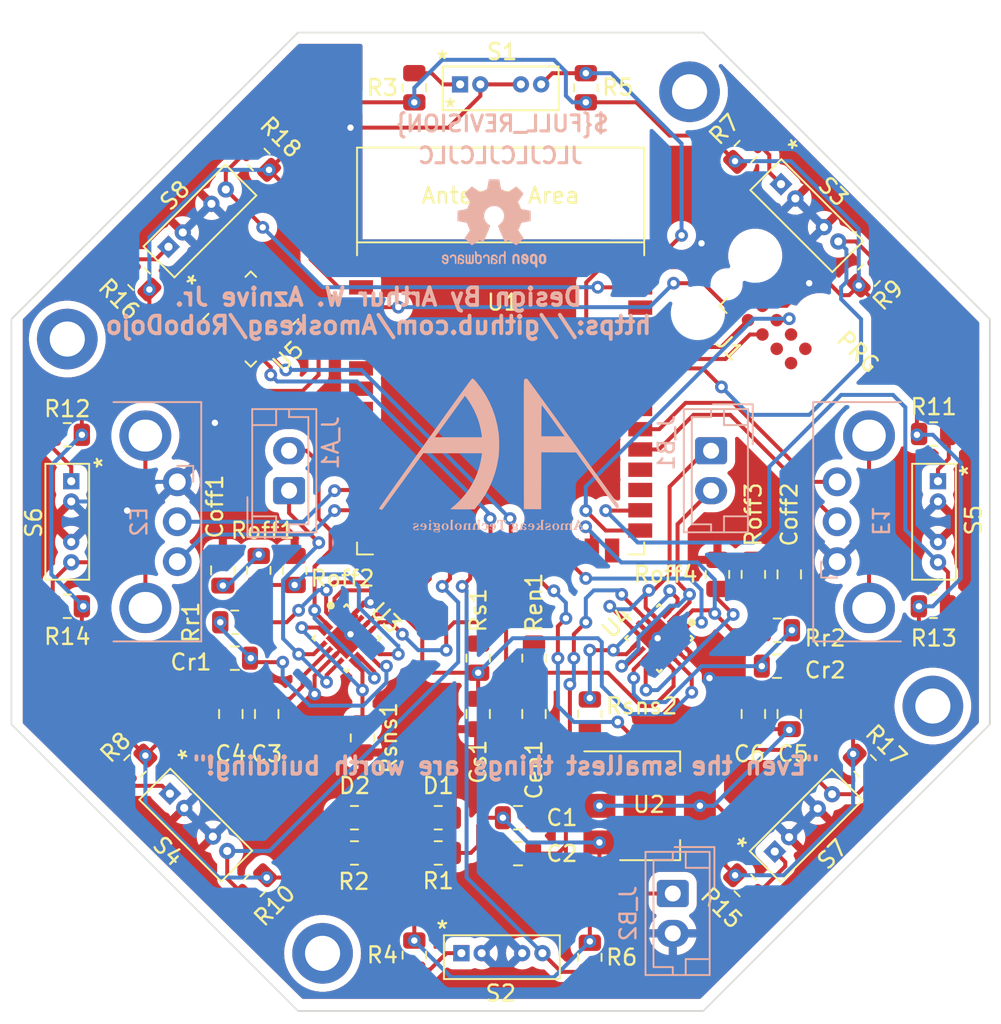
<source format=kicad_pcb>
(kicad_pcb (version 20211014) (generator pcbnew)
  (layers (0 "F.Cu" signal) (31 "B.Cu" signal) (34 "B.Paste" user) (35 "F.Paste" user) (36 "B.SilkS" user "B.Silkscreen") (37 "F.SilkS" user "F.Silkscreen") (38 "B.Mask" user) (39 "F.Mask" user) (44 "Edge.Cuts" user))
  (net 0 "")
  (net 1 "GND")
  (net 2 "+3V3")
  (net 3 "/PHB")
  (net 4 "/PWM B")
  (net 5 "/PHA")
  (net 6 "/PWM A")
  (net 7 "/Driver_A En")
  (net 8 "/Driver_A S{slash}R")
  (net 9 "/L_Signal_A")
  (net 10 "/L_Signal_B")
  (net 11 "/R_Signal_A")
  (net 12 "/R_Signal_B")
  (net 13 "/Motor En")
  (net 14 "/Motor S{slash}R")
  (net 15 "/Motor Controller Right/Motor_Out2")
  (net 16 "/Motor Controller Right/Motor_Out1")
  (net 17 "/Motor Controller Left/Motor_Out2")
  (net 18 "/Motor Controller Left/Motor_Out1")
  (net 19 "Net-(Coff1-Pad1)")
  (net 20 "Net-(Coff2-Pad1)")
  (net 21 "Net-(Cr1-Pad1)")
  (net 22 "Net-(Cr2-Pad1)")
  (net 23 "Net-(R3-Pad2)")
  (net 24 "/Motor Controller Left/Motor Enable")
  (net 25 "/Motor Controller Left/Motor S{slash}R")
  (net 26 "/IR1")
  (net 27 "/IR5")
  (net 28 "/IR2")
  (net 29 "/IR6")
  (net 30 "/IR3")
  (net 31 "/IR7")
  (net 32 "/IR4")
  (net 33 "/IR8")
  (net 34 "Net-(R4-Pad2)")
  (net 35 "Net-(R7-Pad2)")
  (net 36 "Net-(R8-Pad2)")
  (net 37 "Net-(R11-Pad2)")
  (net 38 "Net-(R12-Pad2)")
  (net 39 "Net-(R15-Pad2)")
  (net 40 "Net-(R16-Pad2)")
  (net 41 "Net-(Roff1-Pad1)")
  (net 42 "Net-(Roff3-Pad1)")
  (net 43 "Net-(Rsns1-Pad1)")
  (net 44 "Net-(Rsns2-Pad1)")
  (net 45 "/Enable")
  (net 46 "/Tx")
  (net 47 "/Rx")
  (net 48 "/Boot")
  (net 57 "/SCL")
  (net 58 "/SDA")
  (net 67 "unconnected-(E2-Pad4)")
  (net 68 "unconnected-(E1-Pad4)")
  (net 69 "Net-(D2-Pad2)")
  (net 70 "Net-(D1-Pad2)")
  (net 71 "Net-(C1-Pad1)")
  (footprint "Capacitor_SMD:C_0805_2012Metric" (layer "F.Cu") (at 124 99.75 90)
    (fp_text reference "C3")
    (fp_text value "22 uF")
  )
  (footprint "Capacitor_SMD:C_0805_2012Metric" (layer "F.Cu") (at 155.98 96.75)
    (fp_text reference "Cr2")
    (fp_text value "10000 pF")
  )
  (footprint "Resistor_SMD:R_0805_2012Metric" (layer "F.Cu") (at 133.25 60.5 90)
    (fp_text reference "R3")
    (fp_text value "550R")
  )
  (footprint "" (layer "F.Cu") (at 111.5 76.25)
    (fp_text reference "")
    (fp_text value "")
  )
  (footprint "Connector:Tag-Connect_TC2050-IDC-FP_2x05_P1.27mm_Vertical" (layer "F.Cu") (at 155.515165 75.515165 -45)
    (fp_text reference "J1")
    (fp_text value "PRG")
  )
  (footprint "Capacitor_SMD:C_0805_2012Metric" (layer "F.Cu") (at 139.75 106.25)
    (fp_text reference "C1")
    (fp_text value "2.2 µF")
  )
  (footprint "Resistor_SMD:R_0805_2012Metric" (layer "F.Cu") (at 123.25 110.5 -135)
    (fp_text reference "R10")
    (fp_text value "1.5K")
  )
  (footprint "Resistor_SMD:R_0805_2012Metric" (layer "F.Cu") (at 165.7858 93)
    (fp_text reference "R13")
    (fp_text value "1.5K")
  )
  (footprint "Resistor_SMD:R_0805_2012Metric" (layer "F.Cu") (at 154 110.5 -45)
    (fp_text reference "R15")
    (fp_text value "550R")
  )
  (footprint "Amoskeag_KiCAD_Lib:TCRT5000L" (layer "F.Cu") (at 136.1207 60.2884)
    (fp_text reference "S1")
    (fp_text value "TCRT5000L" hide)
  )
  (footprint "Amoskeag_KiCAD_Lib:TCRT5000L" (layer "F.Cu") (at 111.7484 85.1599 -90)
    (fp_text reference "S6")
    (fp_text value "TCRT5000L" hide)
  )
  (footprint "Resistor_SMD:R_0805_2012Metric" (layer "F.Cu") (at 161.5 103 -45)
    (fp_text reference "R17")
    (fp_text value "1.5K")
  )
  (footprint "Capacitor_SMD:C_0805_2012Metric" (layer "F.Cu") (at 156.75 91 -90)
    (fp_text reference "Coff2")
    (fp_text value "22 nF")
  )
  (footprint "Package_TO_SOT_SMD:SOT-223-3_TabPin2" (layer "F.Cu") (at 148 105.5)
    (fp_text reference "U2")
    (fp_text value "AMS1117-3.3")
  )
  (footprint "" (layer "F.Cu") (at 150.5 60.75)
    (fp_text reference "")
    (fp_text value "")
  )
  (footprint "Capacitor_SMD:C_0805_2012Metric" (layer "F.Cu") (at 121.75 99.75 -90)
    (fp_text reference "C4")
    (fp_text value "2.2 uF")
  )
  (footprint "Resistor_SMD:R_0805_2012Metric" (layer "F.Cu") (at 152.25 91 90)
    (fp_text reference "Roff4")
    (fp_text value "47 KΩ")
  )
  (footprint "" (layer "F.Cu") (at 165.75 99.25)
    (fp_text reference "")
    (fp_text value "")
  )
  (footprint "Amoskeag_KiCAD_Lib:TCRT5000L" (layer "F.Cu") (at 156.23237 66.541481 -45)
    (fp_text reference "S3")
    (fp_text value "TCRT5000L" hide)
  )
  (footprint "Espressif:ESP32-S3-WROOM-1" (layer "F.Cu") (at 138.6605 80)
    (fp_text reference "U1")
    (fp_text value "ESP32-S3-WROOM-1" hide)
  )
  (footprint "Capacitor_SMD:C_0805_2012Metric" (layer "F.Cu") (at 156.75 99.75 -90)
    (fp_text reference "C5")
    (fp_text value "22 uF")
  )
  (footprint "Resistor_SMD:R_0805_2012Metric" (layer "F.Cu") (at 161.75 72.25 45)
    (fp_text reference "R9")
    (fp_text value "1.5K")
  )
  (footprint "Amoskeag_KiCAD_Lib:TCRT5000L" (layer "F.Cu") (at 155.841481 108.367631 45)
    (fp_text reference "S7")
    (fp_text value "TCRT5000L" hide)
  )
  (footprint "Resistor_SMD:R_0805_2012Metric" (layer "F.Cu") (at 137.25 96.25 -90)
    (fp_text reference "Rs1")
    (fp_text value "18 KΩ")
  )
  (footprint "Amoskeag_KiCAD_Lib:ST_Microelectronics-STSPIN250-0" (layer "F.Cu") (at 129 95 -45)
    (fp_text reference "U3")
    (fp_text value "STSPIN250" hide)
  )
  (footprint "Resistor_SMD:R_0805_2012Metric" (layer "F.Cu") (at 122 94 180)
    (fp_text reference "Rr1")
    (fp_text value "750 KΩ")
  )
  (footprint "Amoskeag_KiCAD_Lib:ST_Microelectronics-STSPIN250-0" (layer "F.Cu") (at 148.6 95 -135)
    (fp_text reference "U4")
    (fp_text value "STSPIN250" hide)
  )
  (footprint "Package_DFN_QFN:Texas_RGE0024C_EP2.1x2.1mm" (layer "F.Cu") (at 123 75 -135)
    (fp_text reference "U5")
    (fp_text value "TCA9548ARGER")
  )
  (footprint "Resistor_SMD:R_0805_2012Metric" (layer "F.Cu") (at 154.5 91 90)
    (fp_text reference "Roff3")
    (fp_text value "1 KΩ")
  )
  (footprint "Capacitor_SMD:C_0805_2012Metric" (layer "F.Cu") (at 139.75 108.5 180)
    (fp_text reference "C2")
    (fp_text value "2.2 µF")
  )
  (footprint "Resistor_SMD:R_0805_2012Metric" (layer "F.Cu") (at 144 60.5 90)
    (fp_text reference "R5")
    (fp_text value "1.5K")
  )
  (footprint "Resistor_SMD:R_0805_2012Metric" (layer "F.Cu") (at 123.5 90.75 90)
    (fp_text reference "Roff1")
    (fp_text value "1 KΩ")
  )
  (footprint "Resistor_SMD:R_0805_2012Metric" (layer "F.Cu") (at 165.8 82.2)
    (fp_text reference "R11")
    (fp_text value "550R")
  )
  (footprint "Resistor_SMD:R_0805_2012Metric" (layer "F.Cu") (at 115.75 103 -135)
    (fp_text reference "R8")
    (fp_text value "550R")
  )
  (footprint "Amoskeag_KiCAD_Lib:TCRT5000L" (layer "F.Cu") (at 166.072 85.16 -90)
    (fp_text reference "S5")
    (fp_text value "TCRT5000L" hide)
  )
  (footprint "Amoskeag_KiCAD_Lib:TCRT5000L" (layer "F.Cu") (at 117.841481 70.467631 45)
    (fp_text reference "S8")
    (fp_text value "TCRT5000L" hide)
  )
  (footprint "Resistor_SMD:R_0805_2012Metric" (layer "F.Cu") (at 130 101.25 -90)
    (fp_text reference "Rsns1")
    (fp_text value "330 mΩ")
  )
  (footprint "Resistor_SMD:R_0805_2012Metric" (layer "F.Cu") (at 134.75 106.25 180)
    (fp_text reference "D1")
    (fp_text value "LED")
  )
  (footprint "Resistor_SMD:R_0805_2012Metric" (layer "F.Cu") (at 125.75 90.75 90)
    (fp_text reference "Roff2")
    (fp_text value "47 KΩ")
  )
  (footprint "Resistor_SMD:R_0805_2012Metric" (layer "F.Cu") (at 140.75 96.25 -90)
    (fp_text reference "Ren1")
    (fp_text value "18 KΩ")
  )
  (footprint "Resistor_SMD:R_0805_2012Metric" (layer "F.Cu") (at 129.5 108.458)
    (fp_text reference "R2")
    (fp_text value "2K ")
  )
  (footprint "Resistor_SMD:R_0805_2012Metric" (layer "F.Cu") (at 156 94.5)
    (fp_text reference "Rr2")
    (fp_text value "750 KΩ")
  )
  (footprint "Capacitor_SMD:C_0805_2012Metric" (layer "F.Cu") (at 154.5 99.75 90)
    (fp_text reference "C6")
    (fp_text value "2.2 uF")
  )
  (footprint "Resistor_SMD:R_0805_2012Metric" (layer "F.Cu") (at 133.25 114.8588 -90)
    (fp_text reference "R4")
    (fp_text value "550R")
  )
  (footprint "Resistor_SMD:R_0805_2012Metric" (layer "F.Cu") (at 111.5 82.25 180)
    (fp_text reference "R12")
    (fp_text value "550R")
  )
  (footprint "Amoskeag_KiCAD_Lib:TCRT5000L" (layer "F.Cu") (at 138.66051 114.75)
    (fp_text reference "S2")
    (fp_text value "TCRT5000L" hide)
  )
  (footprint "Resistor_SMD:R_0805_2012Metric" (layer "F.Cu") (at 123.5 65 135)
    (fp_text reference "R18")
    (fp_text value "1.5K")
  )
  (footprint "Resistor_SMD:R_0805_2012Metric" (layer "F.Cu") (at 144.25 99.75 -90)
    (fp_text reference "Rsns2")
    (fp_text value "330 mΩ")
  )
  (footprint "Capacitor_SMD:C_0805_2012Metric" (layer "F.Cu") (at 140.75 99.75 -90)
    (fp_text reference "Cen1")
    (fp_text value "1 nF")
  )
  (footprint "Resistor_SMD:R_0805_2012Metric" (layer "F.Cu") (at 154 64.5 45)
    (fp_text reference "R7")
    (fp_text value "550R")
  )
  (footprint "Capacitor_SMD:C_0805_2012Metric" (layer "F.Cu") (at 137.25 99.75 -90)
    (fp_text reference "Cs1")
    (fp_text value "10 nF")
  )
  (footprint "Resistor_SMD:R_0805_2012Metric" (layer "F.Cu") (at 111.5 93 180)
    (fp_text reference "R14")
    (fp_text value "1.5K")
  )
  (footprint "Capacitor_SMD:C_0805_2012Metric" (layer "F.Cu") (at 122 96.25 180)
    (fp_text reference "Cr1")
    (fp_text value "10000 pF")
  )
  (footprint "Amoskeag_KiCAD_Lib:TCRT5000L" (layer "F.Cu") (at 117.93237 104.741481 -45)
    (fp_text reference "S4")
    (fp_text value "TCRT5000L" hide)
  )
  (footprint "Resistor_SMD:R_0805_2012Metric" (layer "F.Cu") (at 129.5 106.25 180)
    (fp_text reference "D2")
    (fp_text value "LED")
  )
  (footprint "Resistor_SMD:R_0805_2012Metric" (layer "F.Cu") (at 134.75 108.458)
    (fp_text reference "R1")
    (fp_text value "2K")
  )
  (footprint "" (layer "F.Cu") (at 127.5 114.75)
    (fp_text reference "")
    (fp_text value "")
  )
  (footprint "Resistor_SMD:R_0805_2012Metric" (layer "F.Cu") (at 116 72.5 135)
    (fp_text reference "R16")
    (fp_text value "550R")
  )
  (footprint "Capacitor_SMD:C_0805_2012Metric" (layer "F.Cu") (at 121.25 90.75 90)
    (fp_text reference "Coff1")
    (fp_text value "22 nF")
  )
  (footprint "Resistor_SMD:R_0805_2012Metric" (layer "F.Cu") (at 144.25 115 -90)
    (fp_text reference "R6")
    (fp_text value "1.5K")
  )
  (footprint "Amoskeag_KiCAD_Lib:ATLogo" (layer "B.Cu") (at 138.560048 83.75 180)
    (fp_text reference "G***" hide)
    (fp_text value "LOGO" hide)
  )
  (footprint "Amoskeag_KiCAD_Lib:Kailh Encoder 9mm" (layer "B.Cu") (at 116.3948 87.7 -90)
    (fp_text reference "E2")
    (fp_text value "Encoder_R")
  )
  (footprint "Connector_JST:JST_EH_B2B-EH-A_1x02_P2.50mm_Vertical" (layer "B.Cu") (at 125.4 85.75 90)
    (fp_text reference "J_A1")
    (fp_text value "Motor A Output")
  )
  (footprint "Connector_JST:JST_EH_B2B-EH-A_1x02_P2.50mm_Vertical" (layer "B.Cu") (at 151.85 83.25 -90)
    (fp_text reference "J_B1")
    (fp_text value "Motor B Output")
  )
  (footprint "Connector_JST:JST_EH_B2B-EH-A_1x02_P2.50mm_Vertical" (layer "B.Cu") (at 149.45 111 -90)
    (fp_text reference "J_B2")
    (fp_text value "Batt In")
  )
  (footprint "Amoskeag_KiCAD_Lib:Kailh Encoder 9mm" (layer "B.Cu") (at 161.75 87.7 90)
    (fp_text reference "E1")
    (fp_text value "Encoder_L")
  )
  (footprint "Symbol:OSHW-Logo2_7.3x6mm_SilkScreen" (layer "B.Cu") (at 138.25 69 180)
    (fp_text reference "REF**" hide)
    (fp_text value "OSHW-Logo2_7.3x6mm_SilkScreen" hide)
  )
  (gr_line (start 108 75) (end 125.96051 57.03949) (layer "Edge.Cuts") (width 0.1))
  (gr_line (start 125.96051 57.03949) (end 151.36051 57.03949) (layer "Edge.Cuts") (width 0.1))
  (gr_line (start 125.96051 118.36051) (end 108 100.4) (layer "Edge.Cuts") (width 0.1))
  (gr_line (start 151.36051 118.36051) (end 125.96051 118.36051) (layer "Edge.Cuts") (width 0.1))
  (gr_line (start 151.36051 57.03949) (end 169.32102 75) (layer "Edge.Cuts") (width 0.1))
  (gr_line (start 169.32102 100.4) (end 151.36051 118.36051) (layer "Edge.Cuts") (width 0.1))
  (gr_line (start 108 100.4) (end 108 75) (layer "Edge.Cuts") (width 0.1))
  (gr_line (start 169.32102 75) (end 169.32102 100.4) (layer "Edge.Cuts") (width 0.1))
  (gr_text "JLCJLCJLCJLC" (at 138.65 64.75) (layer "B.SilkS") (effects (font (size 1 1) (thickness 0.19)) (justify mirror)))
  (gr_text "Design By Arthur W. Aznive Jr.\nhttps://github.com/Amoskeag/RoboDojo\n" (at 131 74.5) (layer "B.SilkS") (effects (font (size 1.1 1.1) (thickness 0.24)) (justify mirror)))
  (gr_text "{dblquote}Even the smallest things are worth building!{dblquote}" (at 139 103) (layer "B.SilkS") (effects (font (size 1.1 1.1) (thickness 0.24)) (justify mirror)))
  (gr_text "${FULL_REVISION}" (at 138.75 62.75) (layer "B.SilkS") (effects (font (size 1 1) (thickness 0.19)) (justify mirror)))
  (segment (start 158 72.75) (end 156.581873 74.168127) (width 0.25) (layer "F.Cu") (net 1))
  (segment (start 148.5 95) (end 148.953554 95) (width 0.25) (layer "F.Cu") (net 1))
  (segment (start 156.581873 74.168127) (end 155.066152 74.168127) (width 0.25) (layer "F.Cu") (net 1))
  (segment (start 128.197434 96.15612) (end 127 97.353554) (width 0.25) (layer "F.Cu") (net 1))
  (segment (start 129.25 94.75) (end 129 95) (width 0.25) (layer "F.Cu") (net 1))
  (segment (start 150.5 95.83934) (end 150.109673 95.449013) (width 0.25) (layer "F.Cu") (net 1))
  (segment (start 129.449013 94.199013) (end 129.449013 94.550987) (width 0.25) (layer "F.Cu") (net 1))
  (segment (start 149.75612 95.802566) (end 150.203554 96.25) (width 0.25) (layer "F.Cu") (net 1))
  (segment (start 151.75 97.5) (end 150.5 96.25) (width 0.25) (layer "F.Cu") (net 1))
  (segment (start 148.246446 95) (end 147.44388 94.197434) (width 0.25) (layer "F.Cu") (net 1))
  (segment (start 129.449013 93.490327) (end 129.449013 94.199013) (width 0.25) (layer "F.Cu") (net 1))
  (segment (start 129.449013 94.197433) (end 129.449013 94.199013) (width 0.25) (layer "F.Cu") (net 1))
  (segment (start 128.197434 96.15612) (end 129 95.353554) (width 0.25) (layer "F.Cu") (net 1))
  (segment (start 150.203554 96.25) (end 150.5 96.25) (width 0.25) (layer "F.Cu") (net 1))
  (segment (start 129.802566 93.84388) (end 129.449013 94.197433) (width 0.25) (layer "F.Cu") (net 1))
  (segment (start 129.449013 94.550987) (end 129.25 94.75) (width 0.25) (layer "F.Cu") (net 1))
  (segment (start 147.4105 71.74) (end 149.76 71.74) (width 0.25) (layer "F.Cu") (net 1))
  (segment (start 149.76 71.74) (end 151.25 70.25) (width 0.25) (layer "F.Cu") (net 1))
  (segment (start 137.3907 60.288401) (end 137.3907 61.006821) (width 0.25) (layer "F.Cu") (net 1))
  (segment (start 148.953554 95) (end 149.75612 95.802566) (width 0.25) (layer "F.Cu") (net 1))
  (segment (start 137.3907 61.006821) (end 135.397521 63) (width 0.25) (layer "F.Cu") (net 1))
  (segment (start 135.397521 63) (end 129.25 63) (width 0.25) (layer "F.Cu") (net 1))
  (segment (start 148.5 95) (end 148.246446 95) (width 0.25) (layer "F.Cu") (net 1))
  (segment (start 150.5 96.25) (end 150.5 95.83934) (width 0.25) (layer "F.Cu") (net 1))
  (segment (start 129 95.353554) (end 129 95) (width 0.25) (layer "F.Cu") (net 1))
  (segment (start 156.75 98.8) (end 154.5 98.8) (width 0.25) (layer "F.Cu") (net 1))
  (segment (start 139.9307 60.288401) (end 137.3907 60.288401) (width 0.25) (layer "F.Cu") (net 1))
  (segment (start 127 97.353554) (end 127 98.5) (width 0.25) (layer "F.Cu") (net 1))
  (segment (start 156.9125 96.7325) (end 156.93 96.75) (width 0.25) (layer "F.Cu") (net 1))
  (via (at 120.75 81.5) (size 0.8) (drill 0.4) (layers "F.Cu" "B.Cu") (net 1))
  (via (at 115.25 87) (size 0.8) (drill 0.4) (layers "F.Cu" "B.Cu") (net 1))
  (via (at 151.25 70.25) (size 0.8) (drill 0.4) (layers "F.Cu" "B.Cu") (net 1))
  (via (at 158 72.75) (size 0.8) (drill 0.4) (layers "F.Cu" "B.Cu") (net 1))
  (via (at 148.5 95) (size 0.8) (drill 0.4) (layers "F.Cu" "B.Cu") (net 1))
  (via (at 129.25 63) (size 0.8) (drill 0.4) (layers "F.Cu" "B.Cu") (net 1))
  (via (at 129.25 94.75) (size 0.8) (drill 0.4) (layers "F.Cu" "B.Cu") (net 1))
  (via (at 130.5 92.75) (size 0.8) (drill 0.4) (layers "F.Cu" "B.Cu") (net 1))
  (via (at 151.75 97.5) (size 0.8) (drill 0.4) (layers "F.Cu" "B.Cu") (net 1))
  (via (at 127 98.5) (size 0.8) (drill 0.4) (layers "F.Cu" "B.Cu") (net 1))
  (segment (start 111.748399 86.4299) (end 114.6799 86.4299) (width 0.25) (layer "B.Cu") (net 1))
  (segment (start 118.3948 85.2) (end 117.05 85.2) (width 0.25) (layer "B.Cu") (net 1))
  (segment (start 155.114282 68.75) (end 158 71.635718) (width 0.25) (layer "B.Cu") (net 1))
  (segment (start 151.25 70.25) (end 152.75 68.75) (width 0.25) (layer "B.Cu") (net 1))
  (segment (start 114.6799 86.4299) (end 115.25 87) (width 0.25) (layer "B.Cu") (net 1))
  (segment (start 117.05 85.2) (end 115.25 87) (width 0.25) (layer "B.Cu") (net 1))
  (segment (start 152.75 68.75) (end 155.114282 68.75) (width 0.25) (layer "B.Cu") (net 1))
  (segment (start 158 71.635718) (end 158 72.75) (width 0.25) (layer "B.Cu") (net 1))
  (segment (start 160 73.5) (end 160.5 73.5) (width 0.25) (layer "F.Cu") (net 2))
  (segment (start 142.75 107.5) (end 142.75 108) (width 0.25) (layer "F.Cu") (net 2))
  (segment (start 160.854765 102.354765) (end 160.75 102.25) (width 0.25) (layer "F.Cu") (net 2))
  (segment (start 164.8733 93) (end 164.8733 94.8767) (width 0.25) (layer "F.Cu") (net 2))
  (segment (start 164.8733 94.8767) (end 160.75 99) (width 0.25) (layer "F.Cu") (net 2))
  (segment (start 143 105.25) (end 143.25 105.5) (width 0.25) (layer "F.Cu") (net 2))
  (segment (start 123.895235 109.854765) (end 124 109.95953) (width 0.25) (layer "F.Cu") (net 2))
  (segment (start 142.75 108) (end 142.75 109.5) (width 0.25) (layer "F.Cu") (net 2))
  (segment (start 140.7 108.5) (end 142.25 108.5) (width 0.25) (layer "F.Cu") (net 2))
  (segment (start 144.25 111) (end 142.75 109.5) (width 0.25) (layer "F.Cu") (net 2))
  (segment (start 142.75 106) (end 142.75 107.5) (width 0.25) (layer "F.Cu") (net 2))
  (segment (start 144.25 114.0875) (end 144.25 114) (width 0.25) (layer "F.Cu") (net 2))
  (segment (start 126.75 68.25) (end 126.75 71.25) (width 0.25) (layer "F.Cu") (net 2))
  (segment (start 130.4125 109.9125) (end 130.4125 108.458) (width 0.25) (layer "F.Cu") (net 2))
  (segment (start 154.5 100.7) (end 156.75 100.7) (width 0.25) (layer "F.Cu") (net 2))
  (segment (start 116.645235 76.354765) (end 116.645235 73.145235) (width 0.25) (layer "F.Cu") (net 2))
  (segment (start 121.75 98.8) (end 124 98.8) (width 0.25) (layer "F.Cu") (net 2))
  (segment (start 133.25 112.75) (end 130.4125 109.9125) (width 0.25) (layer "F.Cu") (net 2))
  (segment (start 152.75 106) (end 152.25 105.5) (width 0.25) (layer "F.Cu") (net 2))
  (segment (start 116.645235 76.354765) (end 112.4125 80.5875) (width 0.25) (layer "F.Cu") (net 2))
  (segment (start 164.75 76.54047) (end 161.104765 72.895235) (width 0.25) (layer "F.Cu") (net 2))
  (segment (start 146.25 92.25) (end 146.25 92.296446) (width 0.25) (layer "F.Cu") (net 2))
  (segment (start 146.25 92.296446) (end 147.797434 93.84388) (width 0.25) (layer "F.Cu") (net 2))
  (segment (start 126.75 71.25) (end 128.51 73.01) (width 0.25) (layer "F.Cu") (net 2))
  (segment (start 126.25 97.396446) (end 126.25 98) (width 0.25) (layer "F.Cu") (net 2))
  (segment (start 147.1625 61.4125) (end 144 61.4125) (width 0.25) (layer "F.Cu") (net 2))
  (segment (start 119.95 98.8) (end 121.75 98.8) (width 0.25) (layer "F.Cu") (net 2))
  (segment (start 151.75 63.5) (end 149.25 63.5) (width 0.25) (layer "F.Cu") (net 2))
  (segment (start 164.8875 82.2) (end 164.8 82.2) (width 0.25) (layer "F.Cu") (net 2))
  (segment (start 112.4125 80.5875) (end 112.4125 82.25) (width 0.25) (layer "F.Cu") (net 2))
  (segment (start 142.25 108.5) (end 142.75 108) (width 0.25) (layer "F.Cu") (net 2))
  (segment (start 152.25 105.5) (end 151.15 105.5) (width 0.25) (layer "F.Cu") (net 2))
  (segment (start 155.729899 73.270101) (end 157.25 71.75) (width 0.25) (layer "F.Cu") (net 2))
  (segment (start 126.25 98) (end 125.45 98.8) (width 0.25) (layer "F.Cu") (net 2))
  (segment (start 149.25 63.5) (end 147.1625 61.4125) (width 0.25) (layer "F.Cu") (net 2))
  (segment (start 124.145235 65.645235) (end 128.37797 61.4125) (width 0.25) (layer "F.Cu") (net 2))
  (segment (start 124 110) (end 130.325 110) (width 0.25) (layer "F.Cu") (net 2))
  (segment (start 127.84388 95.802566) (end 126.25 97.396446) (width 0.25) (layer "F.Cu") (net 2))
  (segment (start 116.395235 102.354765) (end 119.95 98.8) (width 0.25) (layer "F.Cu") (net 2))
  (segment (start 112.4125 98.37203) (end 116.395235 102.354765) (width 0.25) (layer "F.Cu") (net 2))
  (segment (start 158.25 71.75) (end 160 73.5) (width 0.25) (layer "F.Cu") (net 2))
  (segment (start 156.75 100.7) (end 156.75 100.75) (width 0.25) (layer "F.Cu") (net 2))
  (segment (start 143 97.887) (end 143 105.25) (width 0.25) (layer "F.Cu") (net 2))
  (segment (start 133.25 113.9463) (end 133.25 112.75) (width 0.25) (layer "F.Cu") (net 2))
  (segment (start 112.4125 93) (end 112.4125 98.37203) (width 0.25) (layer "F.Cu") (net 2))
  (segment (start 151.75 63.5) (end 153.35 65.1) (width 0.25) (layer "F.Cu") (net 2))
  (segment (start 164.8 82.2) (end 164.75 82.25) (width 0.25) (layer "F.Cu") (net 2))
  (segment (start 144.85 105.5) (end 143.25 105.5) (width 0.25) (layer "F.Cu") (net 2))
  (segment (start 124.145235 65.645235) (end 126.75 68.25) (width 0.25) (layer "F.Cu") (net 2))
  (segment (start 128.37797 61.4125) (end 133.25 61.4125) (width 0.25) (layer "F.Cu") (net 2))
  (segment (start 154.168127 73.270101) (end 155.729899 73.270101) (width 0.25) (layer "F.Cu") (net 2))
  (segment (start 152.75 109.25) (end 152.75 106) (width 0.25) (layer "F.Cu") (net 2))
  (segment (start 128.51 73.01) (end 129.9105 73.01) (width 0.25) (layer "F.Cu") (net 2))
  (segment (start 160.5 73.5) (end 161.104765 72.895235) (width 0.25) (layer "F.Cu") (net 2))
  (segment (start 144.25 114) (end 144.25 111) (width 0.25) (layer "F.Cu") (net 2))
  (segment (start 160.75 99) (end 160.75 102.25) (width 0.25) (layer "F.Cu") (net 2))
  (segment (start 112.4125 93) (end 112.5 93) (width 0.25) (layer "F.Cu") (net 2))
  (segment (start 144 94) (end 143.25 94.75) (width 0.25) (layer "F.Cu") (net 2))
  (segment (start 143.25 94.75) (end 143.25 96.25) (width 0.25) (layer "F.Cu") (net 2))
  (segment (start 125.45 98.8) (end 124 98.8) (width 0.25) (layer "F.Cu") (net 2))
  (segment (start 143.25 105.5) (end 142.75 106) (width 0.25) (layer "F.Cu") (net 2))
  (segment (start 130.325 110) (end 130.4125 109.9125) (width 0.25) (layer "F.Cu") (net 2))
  (segment (start 153.354765 109.854765) (end 152.75 109.25) (width 0.25) (layer "F.Cu") (net 2))
  (segment (start 157.25 71.75) (end 158.25 71.75) (width 0.25) (layer "F.Cu") (net 2))
  (segment (start 124 109.95953) (end 124 110) (width 0.25) (layer "F.Cu") (net 2))
  (segment (start 164.75 82.25) (end 164.75 76.54047) (width 0.25) (layer "F.Cu") (net 2))
  (via (at 144.85 105.5) (size 0.8) (drill 0.4) (layers "F.Cu" "B.Cu") (net 2))
  (via (at 112.4125 82.25) (size 0.8) (drill 0.4) (layers "F.Cu" "B.Cu") (net 2))
  (via (at 144 61.4125) (size 0.8) (drill 0.4) (layers "F.Cu" "B.Cu") (net 2))
  (via (at 153.35 65.1) (size 0.8) (drill 0.4) (layers "F.Cu" "B.Cu") (net 2))
  (via (at 143 97.887) (size 0.8) (drill 0.4) (layers "F.Cu" "B.Cu") (net 2))
  (via (at 112.5 93) (size 0.8) (drill 0.4) (layers "F.Cu" "B.Cu") (net 2))
  (via (at 164.75 82.25) (size 0.8) (drill 0.4) (layers "F.Cu" "B.Cu") (net 2))
  (via (at 133.25 113.9463) (size 0.8) (drill 0.4) (layers "F.Cu" "B.Cu") (net 2))
  (via (at 146.25 92.25) (size 0.8) (drill 0.4) (layers "F.Cu" "B.Cu") (net 2))
  (via (at 156.75 100.75) (size 0.8) (drill 0.4) (layers "F.Cu" "B.Cu") (net 2))
  (via (at 144.25 114) (size 0.8) (drill 0.4) (layers "F.Cu" "B.Cu") (net 2))
  (via (at 153.354765 109.854765) (size 0.8) (drill 0.4) (layers "F.Cu" "B.Cu") (net 2))
  (via (at 144 94) (size 0.8) (drill 0.4) (layers "F.Cu" "B.Cu") (net 2))
  (via (at 161.104765 72.895235) (size 0.8) (drill 0.4) (layers "F.Cu" "B.Cu") (net 2))
  (via (at 116.395235 102.354765) (size 0.8) (drill 0.4) (layers "F.Cu" "B.Cu") (net 2))
  (via (at 143.25 96.25) (size 0.8) (drill 0.4) (layers "F.Cu" "B.Cu") (net 2))
  (via (at 164.8733 93) (size 0.8) (drill 0.4) (layers "F.Cu" "B.Cu") (net 2))
  (via (at 124.145235 65.645235) (size 0.8) (drill 0.4) (layers "F.Cu" "B.Cu") (net 2))
  (via (at 124 110) (size 0.8) (drill 0.4) (layers "F.Cu" "B.Cu") (net 2))
  (via (at 160.75 102.25) (size 0.8) (drill 0.4) (layers "F.Cu" "B.Cu") (net 2))
  (via (at 151.15 105.5) (size 0.8) (drill 0.4) (layers "F.Cu" "B.Cu") (net 2))
  (via (at 116.645235 73.145235) (size 0.8) (drill 0.4) (layers "F.Cu" "B.Cu") (net 2))
  (via (at 133.25 61.4125) (size 0.8) (drill 0.4) (layers "F.Cu" "B.Cu") (net 2))
  (segment (start 167.5 91.25) (end 165.75 93) (width 0.25) (layer "B.Cu") (net 2))
  (segment (start 144.25 114) (end 142 116.25) (width 0.25) (layer "B.Cu") (net 2))
  (segment (start 112.5 93) (end 110.5 91) (width 0.25) (layer "B.Cu") (net 2))
  (segment (start 135.5537 116.25) (end 133.25 113.9463) (width 0.25) (layer "B.Cu") (net 2))
  (segment (start 124 110) (end 121 110) (width 0.25) (layer "B.Cu") (net 2))
  (segment (start 146 92) (end 144.5 92) (width 0.25) (layer "B.Cu") (net 2))
  (segment (start 116.645235 69.854765) (end 120.854765 65.645235) (width 0.25) (layer "B.Cu") (net 2))
  (segment (start 156.395235 109.854765) (end 153.354765 109.854765) (width 0.25) (layer "B.Cu") (net 2))
  (segment (start 156.75 100.75) (end 152 105.5) (width 0.25) (layer "B.Cu") (net 2))
  (segment (start 133.25 60.5) (end 135 58.75) (width 0.25) (layer "B.Cu") (net 2))
  (segment (start 144 61.4125) (end 143.1625 61.4125) (width 0.25) (layer "B.Cu") (net 2))
  (segment (start 165.75 82.25) (end 167.5 84) (width 0.25) (layer "B.Cu") (net 2))
  (segment (start 133.25 61.4125) (end 133.25 60.5) (width 0.25) (layer "B.Cu") (net 2))
  (segment (start 142 58.75) (end 142.75 59.5) (width 0.25) (layer "B.Cu") (net 2))
  (segment (start 156.85 65.1) (end 161.104765 69.354765) (width 0.25) (layer "B.Cu") (net 2))
  (segment (start 142 116.25) (end 135.5537 116.25) (width 0.25) (layer "B.Cu") (net 2))
  (segment (start 143.25 97.637) (end 143 97.887) (width 0.25) (layer "B.Cu") (net 2))
  (segment (start 120.854765 65.645235) (end 124.145235 65.645235) (width 0.25) (layer "B.Cu") (net 2))
  (segment (start 156.85 65.1) (end 153.35 65.1) (width 0.25) (layer "B.Cu") (net 2))
  (segment (start 144.5 92) (end 144 92.5) (width 0.25) (layer "B.Cu") (net 2))
  (segment (start 143.1625 61.4125) (end 142.75 61) (width 0.25) (layer "B.Cu") (net 2))
  (segment (start 167.5 84) (end 167.5 91.25) (width 0.25) (layer "B.Cu") (net 2))
  (segment (start 135 58.75) (end 142 58.75) (width 0.25) (layer "B.Cu") (net 2))
  (segment (start 142.75 59.5) (end 142.75 61) (width 0.25) (layer "B.Cu") (net 2))
  (segment (start 160.75 105.5) (end 156.395235 109.854765) (width 0.25) (layer "B.Cu") (net 2))
  (segment (start 121 110) (end 116.395235 105.395235) (width 0.25) (layer "B.Cu") (net 2))
  (segment (start 160.75 102.25) (end 160.75 105.5) (width 0.25) (layer "B.Cu") (net 2))
  (segment (start 161.104765 69.354765) (end 161.104765 72.895235) (width 0.25) (layer "B.Cu") (net 2))
  (segment (start 152 105.5) (end 151.15 105.5) (width 0.25) (layer "B.Cu") (net 2))
  (segment (start 144.85 105.5) (end 151.15 105.5) (width 0.25) (layer "B.Cu") (net 2))
  (segment (start 144 92.5) (end 144 94) (width 0.25) (layer "B.Cu") (net 2))
  (segment (start 116.395235 105.395235) (end 116.395235 102.354765) (width 0.25) (layer "B.Cu") (net 2))
  (segment (start 164.75 82.25) (end 165.75 82.25) (width 0.25) (layer "B.Cu") (net 2))
  (segment (start 146.25 92.25) (end 146 92) (width 0.25) (layer "B.Cu") (net 2))
  (segment (start 110.5 91) (end 110.5 84.1625) (width 0.25) (layer "B.Cu") (net 2))
  (segment (start 110.5 84.1625) (end 112.4125 82.25) (width 0.25) (layer "B.Cu") (net 2))
  (segment (start 116.645235 73.145235) (end 116.645235 69.854765) (width 0.25) (layer "B.Cu") (net 2))
  (segment (start 165.75 93) (end 164.8733 93) (width 0.25) (layer "B.Cu") (net 2))
  (segment (start 143.25 96.25) (end 143.25 97.637) (width 0.25) (layer "B.Cu") (net 2))
  (segment (start 144 91.25) (end 143.1055 90.3555) (width 0.25) (layer "F.Cu") (net 3))
  (segment (start 150.66066 94) (end 151.25 94) (width 0.25) (layer "F.Cu") (net 3))
  (segment (start 150.109673 94.550987) (end 150.66066 94) (width 0.25) (layer "F.Cu") (net 3))
  (segment (start 143.1055 90.3555) (end 143.1055 89.5) (width 0.25) (layer "F.Cu") (net 3))
  (via (at 144 91.25) (size 0.8) (drill 0.4) (layers "F.Cu" "B.Cu") (net 3))
  (via (at 151.25 94) (size 0.8) (drill 0.4) (layers "F.Cu" "B.Cu") (net 3))
  (segment (start 147.262299 91.262299) (end 144.012299 91.262299) (width 0.25) (layer "B.Cu") (net 3))
  (segment (start 144.012299 91.262299) (end 144 91.25) (width 0.25) (layer "B.Cu") (net 3))
  (segment (start 151.25 91.975386) (end 151.25 94) (width 0.25) (layer "B.Cu") (net 3))
  (segment (start 150.536913 91.262299) (end 151.25 91.975386) (width 0.25) (layer "B.Cu") (net 3))
  (segment (start 147.262299 91.262299) (end 150.536913 91.262299) (width 0.25) (layer "B.Cu") (net 3))
  (segment (start 144.3755 89.5) (end 144.3755 88.400098) (width 0.25) (layer "F.Cu") (net 4))
  (segment (start 144.3755 88.400098) (end 143.987701 88.012299) (width 0.25) (layer "F.Cu") (net 4))
  (segment (start 153.136061 94.5) (end 155.0875 94.5) (width 0.25) (layer "F.Cu") (net 4))
  (segment (start 150.703554 93.25) (end 151.25 93.25) (width 0.25) (layer "F.Cu") (net 4))
  (segment (start 149.75612 94.197434) (end 150.703554 93.25) (width 0.25) (layer "F.Cu") (net 4))
  (segment (start 151.886061 93.25) (end 152.081637 93.445576) (width 0.25) (layer "F.Cu") (net 4))
  (segment (start 151.25 93.25) (end 151.886061 93.25) (width 0.25) (layer "F.Cu") (net 4))
  (segment (start 152.081637 93.445576) (end 153.136061 94.5) (width 0.25) (layer "F.Cu") (net 4))
  (via (at 143.987701 88.012299) (size 0.8) (drill 0.4) (layers "F.Cu" "B.Cu") (net 4))
  (via (at 152.081637 93.445576) (size 0.8) (drill 0.4) (layers "F.Cu" "B.Cu") (net 4))
  (segment (start 146.225402 90.25) (end 151 90.25) (width 0.25) (layer "B.Cu") (net 4))
  (segment (start 152.081637 91.331637) (end 151 90.25) (width 0.25) (layer "B.Cu") (net 4))
  (segment (start 152.081637 93.445576) (end 152.081637 91.331637) (width 0.25) (layer "B.Cu") (net 4))
  (segment (start 143.987701 88.012299) (end 146.225402 90.25) (width 0.25) (layer "B.Cu") (net 4))
  (segment (start 128.25 92.5) (end 128.75 92) (width 0.25) (layer "F.Cu") (net 5))
  (segment (start 133.5 92) (end 134.2155 91.2845) (width 0.25) (layer "F.Cu") (net 5))
  (segment (start 128.75 92) (end 133.5 92) (width 0.25) (layer "F.Cu") (net 5))
  (segment (start 134.2155 91.2845) (end 134.2155 89.5) (width 0.25) (layer "F.Cu") (net 5))
  (segment (start 128.550987 93.490327) (end 128.25 93.18934) (width 0.25) (layer "F.Cu") (net 5))
  (segment (start 128.25 93.18934) (end 128.25 92.5) (width 0.25) (layer "F.Cu") (net 5))
  (segment (start 128.197434 93.84388) (end 127.724511 93.370957) (width 0.25) (layer "F.Cu") (net 6))
  (segment (start 128.225402 91.5) (end 132.5 91.5) (width 0.25) (layer "F.Cu") (net 6))
  (segment (start 127.724511 93) (end 127.724511 92.000891) (width 0.25) (layer "F.Cu") (net 6))
  (segment (start 127.724511 93.370957) (end 127.724511 93) (width 0.25) (layer "F.Cu") (net 6))
  (segment (start 122.9125 94) (end 125.25 94) (width 0.25) (layer "F.Cu") (net 6))
  (segment (start 132.9455 91.0545) (end 132.9455 89.5) (width 0.25) (layer "F.Cu") (net 6))
  (segment (start 127.724511 92.000891) (end 127.737701 91.987701) (width 0.25) (layer "F.Cu") (net 6))
  (segment (start 132.5 91.5) (end 132.9455 91.0545) (width 0.25) (layer "F.Cu") (net 6))
  (segment (start 127.737701 91.987701) (end 128.225402 91.5) (width 0.25) (layer "F.Cu") (net 6))
  (segment (start 125.25 94) (end 126 93.25) (width 0.25) (layer "F.Cu") (net 6))
  (via (at 127.737701 91.987701) (size 0.8) (drill 0.4) (layers "F.Cu" "B.Cu") (net 6))
  (via (at 126 93.25) (size 0.8) (drill 0.4) (layers "F.Cu" "B.Cu") (net 6))
  (segment (start 127.737701 91.987701) (end 127.237685 91.987701) (width 0.25) (layer "B.Cu") (net 6))
  (segment (start 127.237685 91.987701) (end 126 93.225386) (width 0.25) (layer "B.Cu") (net 6))
  (segment (start 126 93.25) (end 126 93.225386) (width 0.25) (layer "B.Cu") (net 6))
  (segment (start 128.25 85.75) (end 128.29 85.71) (width 0.25) (layer "F.Cu") (net 9))
  (segment (start 128.29 85.71) (end 129.9105 85.71) (width 0.25) (layer "F.Cu") (net 9))
  (via (at 128.25 85.75) (size 0.8) (drill 0.4) (layers "F.Cu" "B.Cu") (net 9))
  (segment (start 126.3 87.7) (end 118.3948 87.7) (width 0.25) (layer "B.Cu") (net 9))
  (segment (start 128.25 85.75) (end 126.3 87.7) (width 0.25) (layer "B.Cu") (net 9))
  (segment (start 129.9105 86.98) (end 128.27 86.98) (width 0.25) (layer "F.Cu") (net 10))
  (segment (start 128.27 86.98) (end 128.25 87) (width 0.25) (layer "F.Cu") (net 10))
  (via (at 128.25 87) (size 0.8) (drill 0.4) (layers "F.Cu" "B.Cu") (net 10))
  (segment (start 120.0948 88.5) (end 126.75 88.5) (width 0.25) (layer "B.Cu") (net 10))
  (segment (start 128.25 87) (end 126.75 88.5) (width 0.25) (layer "B.Cu") (net 10))
  (segment (start 118.3948 90.2) (end 120.0948 88.5) (width 0.25) (layer "B.Cu") (net 10))
  (segment (start 147.4105 83.17) (end 148.58 83.17) (width 0.25) (layer "F.Cu") (net 11))
  (segment (start 148.58 83.17) (end 150.75 81) (width 0.25) (layer "F.Cu") (net 11))
  (segment (start 153.05 81) (end 159.75 87.7) (width 0.25) (layer "F.Cu") (net 11))
  (segment (start 150.75 81) (end 153.05 81) (width 0.25) (layer "F.Cu") (net 11))
  (segment (start 150.25 80.25) (end 153.25 80.25) (width 0.25) (layer "F.Cu") (net 12))
  (segment (start 158.2 85.2) (end 159.75 85.2) (width 0.25) (layer "F.Cu") (net 12))
  (segment (start 153.25 80.25) (end 158.2 85.2) (width 0.25) (layer "F.Cu") (net 12))
  (segment (start 148.6 81.9) (end 150.25 80.25) (width 0.25) (layer "F.Cu") (net 12))
  (segment (start 147.4105 81.9) (end 148.6 81.9) (width 0.25) (layer "F.Cu") (net 12))
  (segment (start 147.75 93.08934) (end 148.150987 93.490327) (width 0.25) (layer "F.Cu") (net 15))
  (segment (start 147.948211 92) (end 147.75 92.198211) (width 0.25) (layer "F.Cu") (net 15))
  (segment (start 147.75 92.198211) (end 147.75 93.08934) (width 0.25) (layer "F.Cu") (net 15))
  (segment (start 151.5 83.25) (end 151.85 83.25) (width 0.25) (layer "F.Cu") (net 15))
  (segment (start 148.25 92) (end 149.25 91) (width 0.25) (layer "F.Cu") (net 15))
  (segment (start 147.948211 92) (end 148.25 92) (width 0.25) (layer "F.Cu") (net 15))
  (segment (start 145.53934 93) (end 147.090327 94.550987) (width 0.25) (layer "F.Cu") (net 15))
  (segment (start 149.25 85.5) (end 151.5 83.25) (width 0.25) (layer "F.Cu") (net 15))
  (segment (start 145.5 93) (end 145.53934 93) (width 0.25) (layer "F.Cu") (net 15))
  (segment (start 149.25 91) (end 149.25 85.5) (width 0.25) (layer "F.Cu") (net 15))
  (via (at 145.5 93) (size 0.8) (drill 0.4) (layers "F.Cu" "B.Cu") (net 15))
  (via (at 147.948211 92) (size 0.8) (drill 0.4) (layers "F.Cu" "B.Cu") (net 15))
  (segment (start 146.761894 93.186317) (end 147.948211 92) (width 0.25) (layer "B.Cu") (net 15))
  (segment (start 145.5 93) (end 145.686317 93.186317) (width 0.25) (layer "B.Cu") (net 15))
  (segment (start 145.686317 93.186317) (end 146.761894 93.186317) (width 0.25) (layer "B.Cu") (net 15))
  (segment (start 150.5 92.25) (end 150.5 92.746446) (width 0.25) (layer "F.Cu") (net 16))
  (segment (start 146.25 96.75) (end 146.496446 96.75) (width 0.25) (layer "F.Cu") (net 16))
  (segment (start 149.75 87.85) (end 151.85 85.75) (width 0.25) (layer "F.Cu") (net 16))
  (segment (start 149.75 91.487685) (end 149.75 87.85) (width 0.25) (layer "F.Cu") (net 16))
  (segment (start 146.496446 96.75) (end 147.44388 95.802566) (width 0.25) (layer "F.Cu") (net 16))
  (segment (start 149.980661 91.730661) (end 149.980661 91.718346) (width 0.25) (layer "F.Cu") (net 16))
  (segment (start 149.980661 91.718346) (end 149.75 91.487685) (width 0.25) (layer "F.Cu") (net 16))
  (segment (start 150.5 92.746446) (end 149.402566 93.84388) (width 0.25) (layer "F.Cu") (net 16))
  (segment (start 150.5 92.25) (end 149.980661 91.730661) (width 0.25) (layer "F.Cu") (net 16))
  (via (at 146.25 96.75) (size 0.8) (drill 0.4) (layers "F.Cu" "B.Cu") (net 16))
  (via (at 150.5 92.25) (size 0.8) (drill 0.4) (layers "F.Cu" "B.Cu") (net 16))
  (segment (start 150.5 92.250029) (end 149.78781 92.962219) (width 0.25) (layer "B.Cu") (net 16))
  (segment (start 149.287781 92.962219) (end 147.30048 94.94952) (width 0.25) (layer "B.Cu") (net 16))
  (segment (start 150.5 92.25) (end 150.5 92.250029) (width 0.25) (layer "B.Cu") (net 16))
  (segment (start 147.30048 95.69952) (end 146.25 96.75) (width 0.25) (layer "B.Cu") (net 16))
  (segment (start 149.78781 92.962219) (end 149.287781 92.962219) (width 0.25) (layer "B.Cu") (net 16))
  (segment (start 147.30048 94.94952) (end 147.30048 95.69952) (width 0.25) (layer "B.Cu") (net 16))
  (segment (start 126 96) (end 126.93934 96) (width 0.25) (layer "F.Cu") (net 17))
  (segment (start 128.550987 96.509673) (end 127.75 97.31066) (width 0.25) (layer "F.Cu") (net 17))
  (segment (start 125.4 87.15) (end 125.4 85.75) (width 0.25) (layer "F.Cu") (net 17))
  (segment (start 127.75 97.31066) (end 127.75 97.75) (width 0.25) (layer "F.Cu") (net 17))
  (segment (start 126.93934 96) (end 127.490327 95.449013) (width 0.25) (layer "F.Cu") (net 17))
  (segment (start 127.262299 89.012299) (end 125.4 87.15) (width 0.25) (layer "F.Cu") (net 17))
  (via (at 127.262299 89.012299) (size 0.8) (drill 0.4) (layers "F.Cu" "B.Cu") (net 17))
  (via (at 127.75 97.75) (size 0.8) (drill 0.4) (layers "F.Cu" "B.Cu") (net 17))
  (via (at 126 96) (size 0.8) (drill 0.4) (layers "F.Cu" "B.Cu") (net 17))
  (segment (start 125.025489 91.362397) (end 125.025489 95.025489) (width 0.25) (layer "B.Cu") (net 17))
  (segment (start 127.75 97.75) (end 126 96) (width 0.25) (layer "B.Cu") (net 17))
  (segment (start 127.262299 89.012299) (end 127.262299 89.125587) (width 0.25) (layer "B.Cu") (net 17))
  (segment (start 125.025489 95.025489) (end 126 96) (width 0.25) (layer "B.Cu") (net 17))
  (segment (start 127.262299 89.125587) (end 125.025489 91.362397) (width 0.25) (layer "B.Cu") (net 17))
  (segment (start 127 93.353554) (end 127.84388 94.197434) (width 0.25) (layer "F.Cu") (net 18))
  (segment (start 130.75 97.5) (end 130.75 97.103554) (width 0.25) (layer "F.Cu") (net 18))
  (segment (start 127.25 87.5) (end 127.25 84) (width 0.25) (layer "F.Cu") (net 18))
  (segment (start 126.5 83.25) (end 125.4 83.25) (width 0.25) (layer "F.Cu") (net 18))
  (segment (start 130.75 97.103554) (end 129.802566 96.15612) (width 0.25) (layer "F.Cu") (net 18))
  (segment (start 127 93.25) (end 127 90.5) (width 0.25) (layer "F.Cu") (net 18))
  (segment (start 127 90.5) (end 128 89.5) (width 0.25) (layer "F.Cu") (net 18))
  (segment (start 127.25 84) (end 126.5 83.25) (width 0.25) (layer "F.Cu") (net 18))
  (segment (start 127 93.25) (end 127 93.353554) (width 0.25) (layer "F.Cu") (net 18))
  (segment (start 128 89.5) (end 128 88.25) (width 0.25) (layer "F.Cu") (net 18))
  (segment (start 128 88.25) (end 127.25 87.5) (width 0.25) (layer "F.Cu") (net 18))
  (via (at 127 93.25) (size 0.8) (drill 0.4) (layers "F.Cu" "B.Cu") (net 18))
  (via (at 130.75 97.5) (size 0.8) (drill 0.4) (layers "F.Cu" "B.Cu") (net 18))
  (segment (start 127 93.75) (end 127 93.25) (width 0.25) (layer "B.Cu") (net 18))
  (segment (start 130.75 97.5) (end 127 93.75) (width 0.25) (layer "B.Cu") (net 18))
  (segment (start 123.5 89.8375) (end 123.5 89.75) (width 0.25) (layer "F.Cu") (net 19))
  (via (at 123.5 89.75) (size 0.8) (drill 0.4) (layers "F.Cu" "B.Cu") (net 19))
  (via (at 121.25 91.7) (size 0.8) (drill 0.4) (layers "F.Cu" "B.Cu") (net 19))
  (segment (start 123.5 89.75) (end 121.55 91.7) (width 0.25) (layer "B.Cu") (net 19))
  (segment (start 121.55 91.7) (end 121.25 91.7) (width 0.25) (layer "B.Cu") (net 19))
  (segment (start 156.7125 90.0875) (end 156.75 90.05) (width 0.25) (layer "F.Cu") (net 20))
  (segment (start 154.5 90.0875) (end 156.7125 90.0875) (width 0.25) (layer "F.Cu") (net 20))
  (segment (start 131.103554 96.75) (end 130.15612 95.802566) (width 0.25) (layer "F.Cu") (net 21))
  (segment (start 131.5 96.75) (end 131.103554 96.75) (width 0.25) (layer "F.Cu") (net 21))
  (segment (start 125 96.5) (end 123.45 96.5) (width 0.25) (layer "F.Cu") (net 21))
  (segment (start 122.95 96.25) (end 123 96.25) (width 0.25) (layer "F.Cu") (net 21))
  (via (at 131.5 96.75) (size 0.8) (drill 0.4) (layers "F.Cu" "B.Cu") (net 21))
  (via (at 123 96.25) (size 0.8) (drill 0.4) (layers "F.Cu" "B.Cu") (net 21))
  (via (at 121.0875 94) (size 0.8) (drill 0.4) (layers "F.Cu" "B.Cu") (net 21))
  (via (at 125 96.5) (size 0.8) (drill 0.4) (layers "F.Cu" "B.Cu") (net 21))
  (segment (start 126.699897 99.224511) (end 125 97.524614) (width 0.25) (layer "B.Cu") (net 21))
  (segment (start 131.5 97.774614) (end 130.050103 99.224511) (width 0.25) (layer "B.Cu") (net 21))
  (segment (start 125 97.524614) (end 125 96.5) (width 0.25) (layer "B.Cu") (net 21))
  (segment (start 123 96.25) (end 121.0875 94.3375) (width 0.25) (layer "B.Cu") (net 21))
  (segment (start 131.5 96.75) (end 131.5 97.774614) (width 0.25) (layer "B.Cu") (net 21))
  (segment (start 130.050103 99.224511) (end 126.699897 99.224511) (width 0.25) (layer "B.Cu") (net 21))
  (segment (start 121.0875 94.3375) (end 121.0875 94) (width 0.25) (layer "B.Cu") (net 21))
  (segment (start 147 97.5) (end 147 96.953554) (width 0.25) (layer "F.Cu") (net 22))
  (segment (start 147 96.953554) (end 147.797434 96.15612) (width 0.25) (layer "F.Cu") (net 22))
  (via (at 155.03 96.75) (size 0.8) (drill 0.4) (layers "F.Cu" "B.Cu") (net 22))
  (via (at 156.9125 94.5) (size 0.8) (drill 0.4) (layers "F.Cu" "B.Cu") (net 22))
  (via (at 147 97.5) (size 0.8) (drill 0.4) (layers "F.Cu" "B.Cu") (net 22))
  (segment (start 147 97.5) (end 147 98.5) (width 0.25) (layer "B.Cu") (net 22))
  (segment (start 149 99) (end 151.25 96.75) (width 0.25) (layer "B.Cu") (net 22))
  (segment (start 151.25 96.75) (end 155.03 96.75) (width 0.25) (layer "B.Cu") (net 22))
  (segment (start 155.03 96.3825) (end 156.9125 94.5) (width 0.25) (layer "B.Cu") (net 22))
  (segment (start 147.5 99) (end 149 99) (width 0.25) (layer "B.Cu") (net 22))
  (segment (start 155.03 96.75) (end 155.03 96.3825) (width 0.25) (layer "B.Cu") (net 22))
  (segment (start 147 98.5) (end 147.5 99) (width 0.25) (layer "B.Cu") (net 22))
  (segment (start 134.3375 59.5875) (end 133.25 59.5875) (width 0.25) (layer "F.Cu") (net 23))
  (segment (start 136.1207 60.288401) (end 135.038401 60.288401) (width 0.25) (layer "F.Cu") (net 23))
  (segment (start 135.038401 60.288401) (end 134.3375 59.5875) (width 0.25) (layer "F.Cu") (net 23))
  (segment (start 135.25 94.5) (end 135.25 95.75) (width 0.25) (layer "F.Cu") (net 24))
  (segment (start 139.4125 97.1625) (end 139 96.75) (width 0.25) (layer "F.Cu") (net 24))
  (segment (start 139 94.5) (end 138.5 94) (width 0.25) (layer "F.Cu") (net 24))
  (segment (start 138.5 94) (end 135.75 94) (width 0.25) (layer "F.Cu") (net 24))
  (segment (start 135.75 94) (end 135.25 94.5) (width 0.25) (layer "F.Cu") (net 24))
  (segment (start 147.475386 99.25) (end 148.25 99.25) (width 0.25) (layer "F.Cu") (net 24))
  (segment (start 148.25 99.25) (end 149.5 98) (width 0.25) (layer "F.Cu") (net 24))
  (segment (start 140.75 97.1625) (end 139.4125 97.1625) (width 0.25) (layer "F.Cu") (net 24))
  (segment (start 149.5 98) (end 149.5 96.96066) (width 0.25) (layer "F.Cu") (net 24))
  (segment (start 140.75 97.1625) (end 140.75 98.8) (width 0.25) (layer "F.Cu") (net 24))
  (segment (start 140.75 97.1625) (end 145.387886 97.1625) (width 0.25) (layer "F.Cu") (net 24))
  (segment (start 139 96.75) (end 139 94.5) (width 0.25) (layer "F.Cu") (net 24))
  (segment (start 131.06066 94) (end 130.509673 94.550987) (width 0.25) (layer "F.Cu") (net 24))
  (segment (start 131.75 94) (end 131.06066 94) (width 0.25) (layer "F.Cu") (net 24))
  (segment (start 145.387886 97.1625) (end 147.475386 99.25) (width 0.25) (layer "F.Cu") (net 24))
  (segment (start 132.5 94.75) (end 131.75 94) (width 0.25) (layer "F.Cu") (net 24))
  (segment (start 149.5 96.96066) (end 149.049013 96.509673) (width 0.25) (layer "F.Cu") (net 24))
  (via (at 135.25 95.75) (size 0.8) (drill 0.4) (layers "F.Cu" "B.Cu") (net 24))
  (via (at 132.5 94.75) (size 0.8) (drill 0.4) (layers "F.Cu" "B.Cu") (net 24))
  (segment (start 132.5 94.75) (end 133.5 95.75) (width 0.25) (layer "B.Cu") (net 24))
  (segment (start 133.5 95.75) (end 135.25 95.75) (width 0.25) (layer "B.Cu") (net 24))
  (segment (start 130.15612 94.197434) (end 130.853554 93.5) (width 0.25) (layer "F.Cu") (net 25))
  (segment (start 137.25 98.8) (end 137.25 97.1625) (width 0.25) (layer "F.Cu") (net 25))
  (segment (start 132.5 93.5) (end 133.75 94.75) (width 0.25) (layer "F.Cu") (net 25))
  (segment (start 130.853554 93.5) (end 132.5 93.5) (width 0.25) (layer "F.Cu") (net 25))
  (segment (start 150.637299 98.387299) (end 150.637299 97.390853) (width 0.25) (layer "F.Cu") (net 25))
  (segment (start 150.637299 97.390853) (end 149.402566 96.15612) (width 0.25) (layer "F.Cu") (net 25))
  (segment (start 133.75 96.5) (end 134.4125 97.1625) (width 0.25) (layer "F.Cu") (net 25))
  (segment (start 133.75 94.75) (end 133.75 96.5) (width 0.25) (layer "F.Cu") (net 25))
  (segment (start 134.4125 97.1625) (end 137.25 97.1625) (width 0.25) (layer "F.Cu") (net 25))
  (via (at 137.25 97.1625) (size 0.8) (drill 0.4) (layers "F.Cu" "B.Cu") (net 25))
  (via (at 150.637299 98.387299) (size 0.8) (drill 0.4) (layers "F.Cu" "B.Cu") (net 25))
  (segment (start 145 98) (end 145 95.25) (width 0.25) (layer "B.Cu") (net 25))
  (segment (start 144.75 95) (end 139.4125 95) (width 0.25) (layer "B.Cu") (net 25))
  (segment (start 139.4125 95) (end 137.25 97.1625) (width 0.25) (layer "B.Cu") (net 25))
  (segment (start 150.637299 98.387299) (end 149.274598 99.75) (width 0.25) (layer "B.Cu") (net 25))
  (segment (start 146.75 99.75) (end 145 98) (width 0.25) (layer "B.Cu") (net 25))
  (segment (start 145 95.25) (end 144.75 95) (width 0.25) (layer "B.Cu") (net 25))
  (segment (start 149.274598 99.75) (end 146.75 99.75) (width 0.25) (layer "B.Cu") (net 25))
  (segment (start 144.025489 72.699897) (end 146.225386 70.5) (width 0.25) (layer "F.Cu") (net 26))
  (segment (start 147.4105 79.36) (end 146.4105 79.36) (width 0.25) (layer "F.Cu") (net 26))
  (segment (start 141.901601 59.5875) (end 144 59.5875) (width 0.25) (layer "F.Cu") (net 26))
  (segment (start 146.225386 70.5) (end 149.25 70.5) (width 0.25) (layer "F.Cu") (net 26))
  (segment (start 144.025489 76.974989) (end 144.025489 72.699897) (width 0.25) (layer "F.Cu") (net 26))
  (segment (start 149.25 70.5) (end 150 69.75) (width 0.25) (layer "F.Cu") (net 26))
  (segment (start 141.2007 60.288401) (end 141.901601 59.5875) (width 0.25) (layer "F.Cu") (net 26))
  (segment (start 146.4105 79.36) (end 144.025489 76.974989) (width 0.25) (layer "F.Cu") (net 26))
  (via (at 144 59.5875) (size 0.8) (drill 0.4) (layers "F.Cu" "B.Cu") (net 26))
  (via (at 150 69.75) (size 0.8) (drill 0.4) (layers "F.Cu" "B.Cu") (net 26))
  (segment (start 150 64) (end 145.5875 59.5875) (width 0.25) (layer "B.Cu") (net 26))
  (segment (start 145.5875 59.5875) (end 144 59.5875) (width 0.25) (layer "B.Cu") (net 26))
  (segment (start 150 69.75) (end 150 64) (width 0.25) (layer "B.Cu") (net 26))
  (segment (start 136.7555 91.2445) (end 136.7555 89.5) (width 0.25) (layer "F.Cu") (net 27))
  (segment (start 144.25 115.9125) (end 142.454609 115.9125) (width 0.25) (layer "F.Cu") (net 27))
  (segment (start 142.454609 115.9125) (end 141.28051 114.738401) (width 0.25) (layer "F.Cu") (net 27))
  (segment (start 136.25 91.75) (end 136.7555 91.2445) (width 0.25) (layer "F.Cu") (net 27))
  (via (at 136.25 91.75) (size 0.8) (drill 0.4) (layers "F.Cu" "B.Cu") (net 27))
  (segment (start 136.525489 92.025489) (end 136.25 91.75) (width 0.25) (layer "B.Cu") (net 27))
  (segment (start 141.28051 114.738401) (end 136.525489 109.98338) (width 0.25) (layer "B.Cu") (net 27))
  (segment (start 136.525489 109.98338) (end 136.525489 92.025489) (width 0.25) (layer "B.Cu") (net 27))
  (segment (start 159.824472 70.133584) (end 160.924054 70.133584) (width 0.25) (layer "F.Cu") (net 28))
  (segment (start 152.5 79.25) (end 151.34 78.09) (width 0.25) (layer "F.Cu") (net 28))
  (segment (start 151.34 78.09) (end 147.4105 78.09) (width 0.25) (layer "F.Cu") (net 28))
  (segment (start 160.924054 70.133584) (end 162.395235 71.604765) (width 0.25) (layer "F.Cu") (net 28))
  (via (at 152.5 79.25) (size 0.8) (drill 0.4) (layers "F.Cu" "B.Cu") (net 28))
  (segment (start 161.25 75) (end 161.25 77.75) (width 0.25) (layer "B.Cu") (net 28))
  (segment (start 154.25 81) (end 152.5 79.25) (width 0.25) (layer "B.Cu") (net 28))
  (segment (start 161.25 77.75) (end 158 81) (width 0.25) (layer "B.Cu") (net 28))
  (segment (start 160.332472 72.667528) (end 160 73) (width 0.25) (layer "B.Cu") (net 28))
  (segment (start 160 73) (end 160 73.75) (width 0.25) (layer "B.Cu") (net 28))
  (segment (start 160 73.75) (end 161.25 75) (width 0.25) (layer "B.Cu") (net 28))
  (segment (start 158 81) (end 154.25 81) (width 0.25) (layer "B.Cu") (net 28))
  (segment (start 159.824472 70.133584) (end 160.332472 70.641584) (width 0.25) (layer "B.Cu") (net 28))
  (segment (start 160.332472 70.641584) (end 160.332472 72.667528) (width 0.25) (layer "B.Cu") (net 28))
  (segment (start 121.524472 108.333584) (end 121.524472 110.064942) (width 0.25) (layer "F.Cu") (net 29))
  (segment (start 135.4855 91.2645) (end 135.4855 89.5) (width 0.25) (layer "F.Cu") (net 29))
  (segment (start 135 91.75) (end 135.4855 91.2645) (width 0.25) (layer "F.Cu") (net 29))
  (segment (start 121.524472 110.064942) (end 122.604765 111.145235) (width 0.25) (layer "F.Cu") (net 29))
  (via (at 135 91.75) (size 0.8) (drill 0.4) (layers "F.Cu" "B.Cu") (net 29))
  (segment (start 121.524472 108.333584) (end 124.166416 108.333584) (width 0.25) (layer "B.Cu") (net 29))
  (segment (start 136 96.5) (end 136 92.75) (width 0.25) (layer "B.Cu") (net 29))
  (segment (start 124.166416 108.333584) (end 136 96.5) (width 0.25) (layer "B.Cu") (net 29))
  (segment (start 136 92.75) (end 135 91.75) (width 0.25) (layer "B.Cu") (net 29))
  (segment (start 166.6983 93) (end 166.6983 90.866301) (width 0.25) (layer "F.Cu") (net 30))
  (segment (start 145.25 87) (end 147.3905 87) (width 0.25) (layer "F.Cu") (net 30))
  (segment (start 166.6983 90.866301) (end 166.071999 90.24) (width 0.25) (layer "F.Cu") (net 30))
  (segment (start 147.3905 87) (end 147.4105 86.98) (width 0.25) (layer "F.Cu") (net 30))
  (via (at 145.25 87) (size 0.8) (drill 0.4) (layers "F.Cu" "B.Cu") (net 30))
  (segment (start 160 79.75) (end 163.25 79.75) (width 0.25) (layer "B.Cu") (net 30))
  (segment (start 164.025489 80.525489) (end 164.025489 88.19349) (width 0.25) (layer "B.Cu") (net 30))
  (segment (start 163.25 79.75) (end 164.025489 80.525489) (width 0.25) (layer "B.Cu") (net 30))
  (segment (start 147.25 89) (end 154.5 89) (width 0.25) (layer "B.Cu") (net 30))
  (segment (start 145.25 87) (end 147.25 89) (width 0.25) (layer "B.Cu") (net 30))
  (segment (start 164.025489 88.19349) (end 166.071999 90.24) (width 0.25) (layer "B.Cu") (net 30))
  (segment (start 155.5 84.25) (end 160 79.75) (width 0.25) (layer "B.Cu") (net 30))
  (segment (start 155.5 88) (end 155.5 84.25) (width 0.25) (layer "B.Cu") (net 30))
  (segment (start 154.5 89) (end 155.5 88) (width 0.25) (layer "B.Cu") (net 30))
  (segment (start 115 79.5) (end 126.25 79.5) (width 0.25) (layer "F.Cu") (net 31))
  (segment (start 127.25 78.5) (end 127.25 76.5) (width 0.25) (layer "F.Cu") (net 31))
  (segment (start 113.5101 90.2399) (end 114 89.75) (width 0.25) (layer "F.Cu") (net 31))
  (segment (start 110.5875 93) (end 110.5875 91.400799) (width 0.25) (layer "F.Cu") (net 31))
  (segment (start 111.748399 90.2399) (end 113.5101 90.2399) (width 0.25) (layer "F.Cu") (net 31))
  (segment (start 114 80.5) (end 115 79.5) (width 0.25) (layer "F.Cu") (net 31))
  (segment (start 114 89.75) (end 114 80.5) (width 0.25) (layer "F.Cu") (net 31))
  (segment (start 128.2 75.55) (end 129.9105 75.55) (width 0.25) (layer "F.Cu") (net 31))
  (segment (start 126.25 79.5) (end 127.25 78.5) (width 0.25) (layer "F.Cu") (net 31))
  (segment (start 110.5875 91.400799) (end 111.748399 90.2399) (width 0.25) (layer "F.Cu") (net 31))
  (segment (start 127.25 76.5) (end 128.2 75.55) (width 0.25) (layer "F.Cu") (net 31))
  (segment (start 156.658055 102) (end 151.5 102) (width 0.25) (layer "F.Cu") (net 32))
  (segment (start 142 92.0255) (end 141.7755 92.0255) (width 0.25) (layer "F.Cu") (net 32))
  (segment (start 161.014941 104.775529) (end 159.433584 104.775529) (width 0.25) (layer "F.Cu") (net 32))
  (segment (start 151.5 102) (end 147.75 102) (width 0.25) (layer "F.Cu") (net 32))
  (segment (start 162.145235 103.645235) (end 161.014941 104.775529) (width 0.25) (layer "F.Cu") (net 32))
  (segment (start 147.75 102) (end 146 100.25) (width 0.25) (layer "F.Cu") (net 32))
  (segment (start 141.7755 92.0255) (end 140.5655 90.8155) (width 0.25) (layer "F.Cu") (net 32))
  (segment (start 140.5655 90.8155) (end 140.5655 89.5) (width 0.25) (layer "F.Cu") (net 32))
  (segment (start 142.25 94.25) (end 142.75 93.75) (width 0.25) (layer "F.Cu") (net 32))
  (segment (start 142.25 96.25) (end 142.25 94.25) (width 0.25) (layer "F.Cu") (net 32))
  (segment (start 159.433584 104.775529) (end 156.658055 102) (width 0.25) (layer "F.Cu") (net 32))
  (via (at 142.75 93.75) (size 0.8) (drill 0.4) (layers "F.Cu" "B.Cu") (net 32))
  (via (at 142 92.0255) (size 0.8) (drill 0.4) (layers "F.Cu" "B.Cu") (net 32))
  (via (at 142.25 96.25) (size 0.8) (drill 0.4) (layers "F.Cu" "B.Cu") (net 32))
  (via (at 146 100.25) (size 0.8) (drill 0.4) (layers "F.Cu" "B.Cu") (net 32))
  (segment (start 143.25 100.25) (end 146 100.25) (width 0.25) (layer "B.Cu") (net 32))
  (segment (start 142.75 92.7755) (end 142 92.0255) (width 0.25) (layer "B.Cu") (net 32))
  (segment (start 142.25 96.25) (end 142.25 99.25) (width 0.25) (layer "B.Cu") (net 32))
  (segment (start 142.25 99.25) (end 143.25 100.25) (width 0.25) (layer "B.Cu") (net 32))
  (segment (start 142.75 93.75) (end 142.75 92.7755) (width 0.25) (layer "B.Cu") (net 32))
  (segment (start 144.76 73.01) (end 144.75 73) (width 0.25) (layer "F.Cu") (net 33))
  (segment (start 121.433584 65.775946) (end 122.854765 64.354765) (width 0.25) (layer "F.Cu") (net 33))
  (segment (start 123.75 69.25) (end 123.75 69.191945) (width 0.25) (layer "F.Cu") (net 33))
  (segment (start 123.75 69.191945) (end 121.433584 66.875529) (width 0.25) (layer "F.Cu") (net 33))
  (segment (start 147.4105 73.01) (end 144.76 73.01) (width 0.25) (layer "F.Cu") (net 33))
  (segment (start 121.433584 66.875529) (end 121.433584 65.775946) (width 0.25) (layer "F.Cu") (net 33))
  (via (at 123.75 69.25) (size 0.8) (drill 0.4) (layers "F.Cu" "B.Cu") (net 33))
  (via (at 144.75 73) (size 0.8) (drill 0.4) (layers "F.Cu" "B.Cu") (net 33))
  (segment (start 144.75 73) (end 127.5 73) (width 0.25) (layer "B.Cu") (net 33))
  (segment (start 127.5 73) (end 123.75 69.25) (width 0.25) (layer "B.Cu") (net 33))
  (segment (start 136.20051 114.738401) (end 135.261599 114.738401) (width 0.25) (layer "F.Cu") (net 34))
  (segment (start 135.261599 114.738401) (end 134.2287 115.7713) (width 0.25) (layer "F.Cu") (net 34))
  (segment (start 134.2287 115.7713) (end 133.25 115.7713) (width 0.25) (layer "F.Cu") (net 34))
  (segment (start 155.5 64.70953) (end 154.645235 63.854765) (width 0.25) (layer "F.Cu") (net 35))
  (segment (start 155.5 65.809113) (end 155.5 64.70953) (width 0.25) (layer "F.Cu") (net 35))
  (segment (start 156.232369 66.541482) (end 155.5 65.809113) (width 0.25) (layer "F.Cu") (net 35))
  (segment (start 117.440887 104.25) (end 115.70953 104.25) (width 0.25) (layer "F.Cu") (net 36))
  (segment (start 115.70953 104.25) (end 115.104765 103.645235) (width 0.25) (layer "F.Cu") (net 36))
  (segment (start 117.932369 104.741482) (end 117.440887 104.25) (width 0.25) (layer "F.Cu") (net 36))
  (segment (start 166.071999 84.428001) (end 166.75 83.75) (width 0.25) (layer "F.Cu") (net 37))
  (segment (start 166.071999 85.16) (end 166.071999 84.428001) (width 0.25) (layer "F.Cu") (net 37))
  (segment (start 166.75 83.75) (end 166.75 82.2375) (width 0.25) (layer "F.Cu") (net 37))
  (segment (start 166.75 82.2375) (end 166.7125 82.2) (width 0.25) (layer "F.Cu") (net 37))
  (segment (start 111.748399 85.1599) (end 111.748399 84.248399) (width 0.25) (layer "F.Cu") (net 38))
  (segment (start 111.748399 84.248399) (end 110.5875 83.0875) (width 0.25) (layer "F.Cu") (net 38))
  (segment (start 110.5875 83.0875) (end 110.5875 82.25) (width 0.25) (layer "F.Cu") (net 38))
  (segment (start 155.841482 108.367632) (end 156.5 109.02615) (width 0.25) (layer "F.Cu") (net 39))
  (segment (start 156.5 109.29047) (end 154.645235 111.145235) (width 0.25) (layer "F.Cu") (net 39))
  (segment (start 156.5 109.02615) (end 156.5 109.29047) (width 0.25) (layer "F.Cu") (net 39))
  (segment (start 117.841482 70.467632) (end 117.059114 71.25) (width 0.25) (layer "F.Cu") (net 40))
  (segment (start 115.95953 71.25) (end 115.354765 71.854765) (width 0.25) (layer "F.Cu") (net 40))
  (segment (start 117.059114 71.25) (end 115.95953 71.25) (width 0.25) (layer "F.Cu") (net 40))
  (segment (start 131.06066 96) (end 132.25 96) (width 0.25) (layer "F.Cu") (net 41))
  (segment (start 125.75 91.6625) (end 123.5 91.6625) (width 0.25) (layer "F.Cu") (net 41))
  (segment (start 130.509673 95.449013) (end 131.06066 96) (width 0.25) (layer "F.Cu") (net 41))
  (via (at 125.75 91.6625) (size 0.8) (drill 0.4) (layers "F.Cu" "B.Cu") (net 41))
  (via (at 132.25 96) (size 0.8) (drill 0.4) (layers "F.Cu" "B.Cu") (net 41))
  (segment (start 129.775489 91.775489) (end 129 91) (width 0.25) (layer "B.Cu") (net 41))
  (segment (start 132.25 96) (end 132.25 95.474511) (width 0.25) (layer "B.Cu") (net 41))
  (segment (start 129 91) (end 126.4125 91) (width 0.25) (layer "B.Cu") (net 41))
  (segment (start 132.25 95.474511) (end 132.199897 95.474511) (width 0.25) (layer "B.Cu") (net 41))
  (segment (start 126.4125 91) (end 125.75 91.6625) (width 0.25) (layer "B.Cu") (net 41))
  (segment (start 129.775489 93.050103) (end 129.775489 91.775489) (width 0.25) (layer "B.Cu") (net 41))
  (segment (start 132.199897 95.474511) (end 129.775489 93.050103) (width 0.25) (layer "B.Cu") (net 41))
  (segment (start 152.25 92.524598) (end 152.25 91.9125) (width 0.25) (layer "F.Cu") (net 42))
  (segment (start 147.75 96.91066) (end 148.150987 96.509673) (width 0.25) (layer "F.Cu") (net 42))
  (segment (start 153.237701 93.512299) (end 152.25 92.524598) (width 0.25) (layer "F.Cu") (net 42))
  (segment (start 147.75 98.225402) (end 147.75 96.91066) (width 0.25) (layer "F.Cu") (net 42))
  (segment (start 154.5 91.9125) (end 152.25 91.9125) (width 0.25) (layer "F.Cu") (net 42))
  (segment (start 147.775049 98.250451) (end 147.75 98.225402) (width 0.25) (layer "F.Cu") (net 42))
  (via (at 153.237701 93.512299) (size 0.8) (drill 0.4) (layers "F.Cu" "B.Cu") (net 42))
  (via (at 147.775049 98.250451) (size 0.8) (drill 0.4) (layers "F.Cu" "B.Cu") (net 42))
  (segment (start 148.499549 98.250451) (end 147.775049 98.250451) (width 0.25) (layer "B.Cu") (net 42))
  (segment (start 153.237701 93.512299) (end 148.499549 98.250451) (width 0.25) (layer "B.Cu") (net 42))
  (segment (start 130 97.06066) (end 130 98.25) (width 0.25) (layer "F.Cu") (net 43))
  (segment (start 129.449013 96.509673) (end 130 97.06066) (width 0.25) (layer "F.Cu") (net 43))
  (segment (start 130 98.25) (end 130 100.3375) (width 0.25) (layer "F.Cu") (net 43))
  (segment (start 127.270977 94.331637) (end 127.490327 94.550987) (width 0.25) (layer "F.Cu") (net 43))
  (segment (start 126.195576 94.331637) (end 127.270977 94.331637) (width 0.25) (layer "F.Cu") (net 43))
  (via (at 126.195576 94.331637) (size 0.8) (drill 0.4) (layers "F.Cu" "B.Cu") (net 43))
  (via (at 130 98.25) (size 0.8) (drill 0.4) (layers "F.Cu" "B.Cu") (net 43))
  (segment (start 126.195576 94.445576) (end 130 98.25) (width 0.25) (layer "B.Cu") (net 43))
  (segment (start 126.195576 94.331637) (end 126.195576 94.445576) (width 0.25) (layer "B.Cu") (net 43))
  (segment (start 149.75 92.512299) (end 149.75 92.78934) (width 0.25) (layer "F.Cu") (net 44))
  (segment (start 149.25615 92.018449) (end 149.75 92.512299) (width 0.25) (layer "F.Cu") (net 44))
  (segment (start 144.25 95.75) (end 145.7245 95.75) (width 0.25) (layer "F.Cu") (net 44))
  (segment (start 145.9745 96) (end 145.7245 95.75) (width 0.25) (layer "F.Cu") (net 44))
  (segment (start 146.53934 96) (end 145.9745 96) (width 0.25) (layer "F.Cu") (net 44))
  (segment (start 149.75 92.78934) (end 149.049013 93.490327) (width 0.25) (layer "F.Cu") (net 44))
  (segment (start 147.090327 95.449013) (end 146.53934 96) (width 0.25) (layer "F.Cu") (net 44))
  (via (at 144.25 98.75) (size 0.8) (drill 0.4) (layers "F.Cu" "B.Cu") (net 44))
  (via (at 144.25 95.75) (size 0.8) (drill 0.4) (layers "F.Cu" "B.Cu") (net 44))
  (via (at 149.25615 92.018449) (size 0.8) (drill 0.4) (layers "F.Cu" "B.Cu") (net 44))
  (via (at 145.7245 95.75) (size 0.8) (drill 0.4) (layers "F.Cu" "B.Cu") (net 44))
  (segment (start 149.25615 92.21835) (end 149.25615 92.018449) (width 0.25) (layer "B.Cu") (net 44))
  (segment (start 145.7245 95.75) (end 149.25615 92.21835) (width 0.25) (layer "B.Cu") (net 44))
  (segment (start 144.25 95.75) (end 144.25 98.75) (width 0.25) (layer "B.Cu") (net 44))
  (segment (start 152.784987 74.168127) (end 151.36686 72.75) (width 0.25) (layer "F.Cu") (net 45))
  (segment (start 129.9405 74.25) (end 129.9105 74.28) (width 0.25) (layer "F.Cu") (net 45))
  (segment (start 132.25 74.25) (end 129.9405 74.25) (width 0.25) (layer "F.Cu") (net 45))
  (segment (start 151.36686 72.75) (end 149.5 72.75) (width 0.25) (layer "F.Cu") (net 45))
  (segment (start 153.270101 74.168127) (end 152.784987 74.168127) (width 0.25) (layer "F.Cu") (net 45))
  (via (at 149.5 72.75) (size 0.8) (drill 0.4) (layers "F.Cu" "B.Cu") (net 45))
  (via (at 132.25 74.25) (size 0.8) (drill 0.4) (layers "F.Cu" "B.Cu") (net 45))
  (segment (start 149.5 72.75) (end 148 74.25) (width 0.25) (layer "B.Cu") (net 45))
  (segment (start 148 74.25) (end 132.25 74.25) (width 0.25) (layer "B.Cu") (net 45))
  (segment (start 154.168127 75.066152) (end 152.484279 76.75) (width 0.25) (layer "F.Cu") (net 46))
  (segment (start 152.484279 76.75) (end 150 76.75) (width 0.25) (layer "F.Cu") (net 46))
  (segment (start 150 76.75) (end 148.8 75.55) (width 0.25) (layer "F.Cu") (net 46))
  (segment (start 148.8 75.55) (end 147.4105 75.55) (width 0.25) (layer "F.Cu") (net 46))
  (segment (start 154.285822 75.964178) (end 152.75 77.5) (width 0.25) (layer "F.Cu") (net 47))
  (segment (start 149.07 76.82) (end 147.4105 76.82) (width 0.25) (layer "F.Cu") (net 47))
  (segment (start 152.75 77.5) (end 149.75 77.5) (width 0.25) (layer "F.Cu") (net 47))
  (segment (start 149.75 77.5) (end 149.07 76.82) (width 0.25) (layer "F.Cu") (net 47))
  (segment (start 155.066152 75.964178) (end 154.285822 75.964178) (width 0.25) (layer "F.Cu") (net 47))
  (segment (start 145.25 88.25) (end 147.4105 88.25) (width 0.25) (layer "F.Cu") (net 48))
  (segment (start 144 87) (end 145.25 88.25) (width 0.25) (layer "F.Cu") (net 48))
  (segment (start 156.658878 75.066152) (end 156.747397 74.977633) (width 0.25) (layer "F.Cu") (net 48))
  (segment (start 155.964178 75.066152) (end 156.658878 75.066152) (width 0.25) (layer "F.Cu") (net 48))
  (via (at 144 87) (size 0.8) (drill 0.4) (layers "F.Cu" "B.Cu") (net 48))
  (via (at 156.747397 74.977633) (size 0.8) (drill 0.4) (layers "F.Cu" "B.Cu") (net 48))
  (segment (start 154.522367 74.977633) (end 156.747397 74.977633) (width 0.25) (layer "B.Cu") (net 48))
  (segment (start 144 87) (end 144 85.5) (width 0.25) (layer "B.Cu") (net 48))
  (segment (start 144 85.5) (end 154.522367 74.977633) (width 0.25) (layer "B.Cu") (net 48))
  (segment (start 124.25 78.017767) (end 123.486136 77.253903) (width 0.25) (layer "F.Cu") (net 57))
  (segment (start 138 87.5) (end 138.0255 87.5255) (width 0.25) (layer "F.Cu") (net 57))
  (segment (start 124.25 78.5) (end 124.25 78.017767) (width 0.25) (layer "F.Cu") (net 57))
  (segment (start 138.0255 87.5255) (end 138.0255 89.5) (width 0.25) (layer "F.Cu") (net 57))
  (via (at 124.25 78.5) (size 0.8) (drill 0.4) (layers "F.Cu" "B.Cu") (net 57))
  (via (at 138 87.5) (size 0.8) (drill 0.4) (layers "F.Cu" "B.Cu") (net 57))
  (segment (start 138 87.25) (end 129.658441 78.908441) (width 0.25) (layer "B.Cu") (net 57))
  (segment (start 124.658441 78.908441) (end 124.25 78.5) (width 0.25) (layer "B.Cu") (net 57))
  (segment (start 138 87.5) (end 138 87.25) (width 0.25) (layer "B.Cu") (net 57))
  (segment (start 129.658441 78.908441) (end 124.658441 78.908441) (width 0.25) (layer "B.Cu") (net 57))
  (segment (start 139.25 87.5) (end 139.2955 87.5455) (width 0.25) (layer "F.Cu") (net 58))
  (segment (start 125.12327 78.18393) (end 125.198211 78.18393) (width 0.25) (layer "F.Cu") (net 58))
  (segment (start 139.2955 87.5455) (end 139.2955 89.5) (width 0.25) (layer "F.Cu") (net 58))
  (segment (start 123.839689 76.900349) (end 125.12327 78.18393) (width 0.25) (layer "F.Cu") (net 58))
  (via (at 125.198211 78.18393) (size 0.8) (drill 0.4) (layers "F.Cu" "B.Cu") (net 58))
  (via (at 139.25 87.5) (size 0.8) (drill 0.4) (layers "F.Cu" "B.Cu") (net 58))
  (segment (start 139.25 87.5) (end 129.93393 78.18393) (width 0.25) (layer "B.Cu") (net 58))
  (segment (start 129.93393 78.18393) (end 125.198211 78.18393) (width 0.25) (layer "B.Cu") (net 58))
  (segment (start 116.3948 82.3) (end 116.3948 93.1) (width 0.25) (layer "F.Cu") (net 67))
  (segment (start 161.75 82.3) (end 161.75 93.1) (width 0.25) (layer "F.Cu") (net 68))
  (segment (start 128.5875 106.25) (end 128.5875 108.458) (width 0.25) (layer "F.Cu") (net 69))
  (segment (start 133.8375 108.458) (end 133.8375 106.25) (width 0.25) (layer "F.Cu") (net 70))
  (segment (start 146.25 111) (end 149.45 111) (width 0.25) (layer "F.Cu") (net 71))
  (segment (start 137.25 108) (end 137.25 106.75) (width 0.25) (layer "F.Cu") (net 71))
  (segment (start 136.792 108.458) (end 137.25 108) (width 0.25) (layer "F.Cu") (net 71))
  (segment (start 144.85 107.8) (end 144.85 109.6) (width 0.25) (layer "F.Cu") (net 71))
  (segment (start 137.25 106.75) (end 137.75 106.25) (width 0.25) (layer "F.Cu") (net 71))
  (segment (start 137.75 106.25) (end 138.8 106.25) (width 0.25) (layer "F.Cu") (net 71))
  (segment (start 135.6625 108.458) (end 136.792 108.458) (width 0.25) (layer "F.Cu") (net 71))
  (segment (start 144.85 109.6) (end 146.25 111) (width 0.25) (layer "F.Cu") (net 71))
  (via (at 138.8 106.25) (size 0.8) (drill 0.4) (layers "F.Cu" "B.Cu") (net 71))
  (via (at 144.85 107.8) (size 0.8) (drill 0.4) (layers "F.Cu" "B.Cu") (net 71))
  (segment (start 144.85 107.8) (end 140.35 107.8) (width 0.25) (layer "B.Cu") (net 71))
  (segment (start 140.35 107.8) (end 138.8 106.25) (width 0.25) (layer "B.Cu") (net 71))
  (zone (net 0) (net_name "") (layers F&B.Cu) (connect_pads (clearance 0)) (min_thickness 0.254)
    (keepout (tracks allowed) (vias allowed) (pads allowed) (copperpour not_allowed) (footprints allowed))
    (fill (thermal_gap 0.508) (thermal_bridge_width 0.508))
    (polygon (pts (xy 148 70) (xy 130 70) (xy 130 55) (xy 148 55)))
  )
  (zone (net 1) (net_name "GND") (layers F&B.Cu) (connect_pads (clearance 0.508)) (min_thickness 0.254) (fill yes (thermal_gap 0.508) (thermal_bridge_width 0.508))
    (polygon (pts (xy 168.656 75.2094) (xy 168.6306 100.3046) (xy 151.1808 117.602) (xy 126.238 117.602) (xy 108.712 100.33) (xy 108.712 75.0062) (xy 126 57.75) (xy 151.25 57.75)))
  )
  (zone (net 0) (net_name "") (layer "F.Cu") (connect_pads (clearance 0)) (min_thickness 0.254)
    (keepout (tracks allowed) (vias allowed) (pads allowed) (copperpour not_allowed) (footprints allowed))
    (fill (thermal_gap 0.508) (thermal_bridge_width 0.508))
    (polygon (pts (xy 150.75 95) (xy 148.5 97.25) (xy 146.25 95) (xy 148.5 92.75)))
  )
)
</source>
